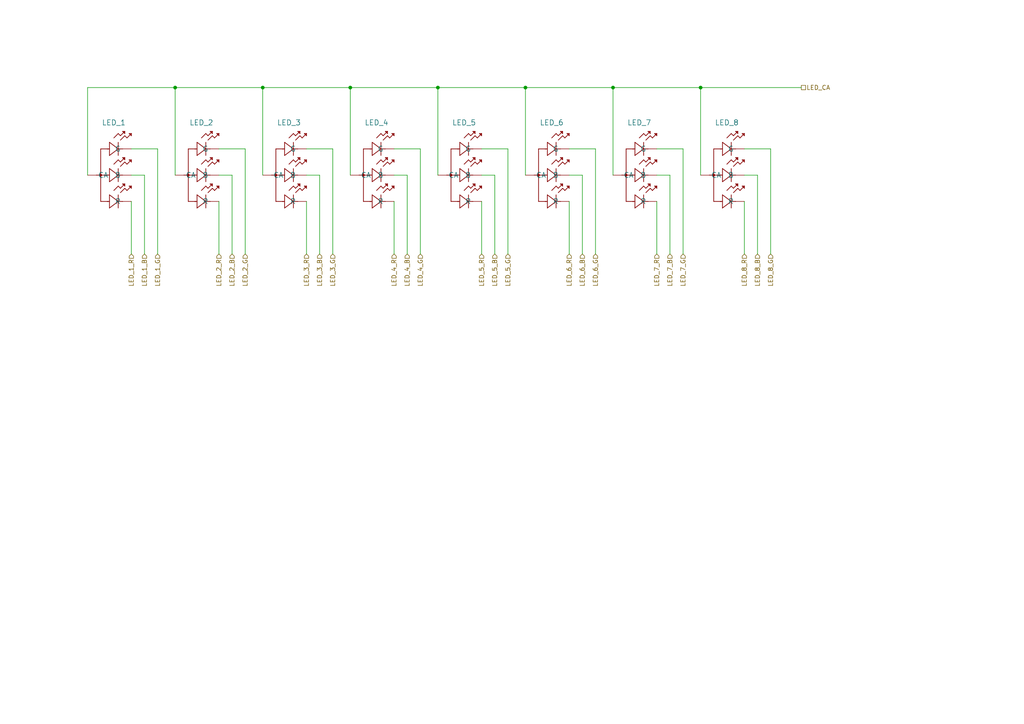
<source format=kicad_sch>
(kicad_sch (version 20211123) (generator eeschema)
  (paper "A4")
  (lib_symbols
    (symbol "RGB LED:WP154A4SEJ3VBDZGC{brace}slash}CA" (pin_numbers hide)
      (property "Reference" "LED" (at 5.08 -11.43 0))
      (property "Value" "WP154A4SEJ3VBDZGC{brace}slash}CA" (at 5.08 -13.97 0))
      (symbol "WP154A4SEJ3VBDZGC{brace}slash}CA_1_1"
        (polyline (pts (xy 2.54 0) (xy 6.0198 0)) (stroke (width 0.2032)))
        (polyline (pts (xy 3.81 -7.62) (xy 6.0198 -7.62)) (stroke (width 0.2032)))
        (polyline (pts (xy 3.81 7.62) (xy 3.81 -7.62)) (stroke (width 0.2032)))
        (polyline (pts (xy 3.81 7.62) (xy 6.0198 7.62)) (stroke (width 0.2032)))
        (polyline (pts (xy 5.715 -7.62) (xy 6.35 -7.62)) (stroke (width 0.2032)))
        (polyline (pts (xy 5.715 0) (xy 6.35 0)) (stroke (width 0.2032)))
        (polyline (pts (xy 5.715 7.62) (xy 6.35 7.62)) (stroke (width 0.2032)))
        (polyline (pts (xy 6.35 -9.525) (xy 8.89 -7.62)) (stroke (width 0.2032)))
        (polyline (pts (xy 6.35 -5.715) (xy 6.35 -9.525)) (stroke (width 0.2032)))
        (polyline (pts (xy 6.35 -1.905) (xy 8.89 0)) (stroke (width 0.2032)))
        (polyline (pts (xy 6.35 1.905) (xy 6.35 -1.905)) (stroke (width 0.2032)))
        (polyline (pts (xy 6.35 5.715) (xy 8.89 7.62)) (stroke (width 0.2032)))
        (polyline (pts (xy 6.35 9.525) (xy 6.35 5.715)) (stroke (width 0.2032)))
        (polyline (pts (xy 7.62 -4.445) (xy 8.89 -3.175)) (stroke (width 0.2032)))
        (polyline (pts (xy 7.62 3.175) (xy 8.89 4.445)) (stroke (width 0.2032)))
        (polyline (pts (xy 7.62 10.795) (xy 8.89 12.065)) (stroke (width 0.2032)))
        (polyline (pts (xy 8.89 -9.525) (xy 8.89 -5.715)) (stroke (width 0.2032)))
        (polyline (pts (xy 8.89 -7.62) (xy 6.35 -5.715)) (stroke (width 0.2032)))
        (polyline (pts (xy 8.89 -7.62) (xy 10.16 -7.62)) (stroke (width 0.2032)))
        (polyline (pts (xy 8.89 -3.175) (xy 9.525 -3.81)) (stroke (width 0.2032)))
        (polyline (pts (xy 8.89 -1.905) (xy 8.89 1.905)) (stroke (width 0.2032)))
        (polyline (pts (xy 8.89 0) (xy 6.35 1.905)) (stroke (width 0.2032)))
        (polyline (pts (xy 8.89 0) (xy 10.16 0)) (stroke (width 0.2032)))
        (polyline (pts (xy 8.89 4.445) (xy 9.525 3.81)) (stroke (width 0.2032)))
        (polyline (pts (xy 8.89 5.715) (xy 8.89 9.525)) (stroke (width 0.2032)))
        (polyline (pts (xy 8.89 7.62) (xy 6.35 9.525)) (stroke (width 0.2032)))
        (polyline (pts (xy 8.89 7.62) (xy 10.16 7.62)) (stroke (width 0.2032)))
        (polyline (pts (xy 8.89 12.065) (xy 9.525 11.43)) (stroke (width 0.2032)))
        (polyline (pts (xy 9.525 -5.08) (xy 10.795 -3.81)) (stroke (width 0.2032)))
        (polyline (pts (xy 9.525 -3.81) (xy 10.795 -2.54)) (stroke (width 0.2032)))
        (polyline (pts (xy 9.525 2.54) (xy 10.795 3.81)) (stroke (width 0.2032)))
        (polyline (pts (xy 9.525 3.81) (xy 10.795 5.08)) (stroke (width 0.2032)))
        (polyline (pts (xy 9.525 10.16) (xy 10.795 11.43)) (stroke (width 0.2032)))
        (polyline (pts (xy 9.525 11.43) (xy 10.795 12.7)) (stroke (width 0.2032)))
        (polyline (pts (xy 10.16 -2.54) (xy 10.795 -3.175)) (stroke (width 0.2032)))
        (polyline (pts (xy 10.16 5.08) (xy 10.795 4.445)) (stroke (width 0.2032)))
        (polyline (pts (xy 10.16 12.7) (xy 10.795 12.065)) (stroke (width 0.2032)))
        (polyline (pts (xy 10.795 -3.81) (xy 11.43 -4.445)) (stroke (width 0.2032)))
        (polyline (pts (xy 10.795 -3.175) (xy 10.795 -2.54)) (stroke (width 0.2032)))
        (polyline (pts (xy 10.795 -2.54) (xy 10.16 -2.54)) (stroke (width 0.2032)))
        (polyline (pts (xy 10.795 3.81) (xy 11.43 3.175)) (stroke (width 0.2032)))
        (polyline (pts (xy 10.795 4.445) (xy 10.795 5.08)) (stroke (width 0.2032)))
        (polyline (pts (xy 10.795 5.08) (xy 10.16 5.08)) (stroke (width 0.2032)))
        (polyline (pts (xy 10.795 11.43) (xy 11.43 10.795)) (stroke (width 0.2032)))
        (polyline (pts (xy 10.795 12.065) (xy 10.795 12.7)) (stroke (width 0.2032)))
        (polyline (pts (xy 10.795 12.7) (xy 10.16 12.7)) (stroke (width 0.2032)))
        (polyline (pts (xy 11.43 -4.445) (xy 12.7 -3.175)) (stroke (width 0.2032)))
        (polyline (pts (xy 11.43 3.175) (xy 12.7 4.445)) (stroke (width 0.2032)))
        (polyline (pts (xy 11.43 10.795) (xy 12.7 12.065)) (stroke (width 0.2032)))
        (polyline (pts (xy 12.065 -3.175) (xy 12.7 -3.81)) (stroke (width 0.2032)))
        (polyline (pts (xy 12.065 4.445) (xy 12.7 3.81)) (stroke (width 0.2032)))
        (polyline (pts (xy 12.065 12.065) (xy 12.7 11.43)) (stroke (width 0.2032)))
        (polyline (pts (xy 12.7 -3.81) (xy 12.7 -3.175)) (stroke (width 0.2032)))
        (polyline (pts (xy 12.7 -3.175) (xy 12.065 -3.175)) (stroke (width 0.2032)))
        (polyline (pts (xy 12.7 3.81) (xy 12.7 4.445)) (stroke (width 0.2032)))
        (polyline (pts (xy 12.7 4.445) (xy 12.065 4.445)) (stroke (width 0.2032)))
        (polyline (pts (xy 12.7 11.43) (xy 12.7 12.065)) (stroke (width 0.2032)))
        (polyline (pts (xy 12.7 12.065) (xy 12.065 12.065)) (stroke (width 0.2032)))
        (arc (start 3.81 -0.254) (mid 3.81 0.254) (end 3.81 -0.254) (stroke (width 0.254)))
        (circle (center 3.81 0) (radius 0.254) (stroke (width 0.254)))
        (pin unspecified line (at 12.7 -7.62 180) (length 2.54) (name "R") (number "1"))
        (pin power_in line (at 0 0 0) (length 2.54) (name "CA") (number "2"))
        (pin unspecified line (at 12.7 0 180) (length 2.54) (name "B") (number "3"))
        (pin unspecified line (at 12.7 7.62 180) (length 2.54) (name "G") (number "4"))
      )
    )
  )
  (junction (at 50.8 25.4))
  (junction (at 101.6 25.4))
  (junction (at 203.2 25.4))
  (junction (at 127 25.4))
  (junction (at 177.8 25.4))
  (junction (at 76.2 25.4))
  (junction (at 152.4 25.4))
  (wire (pts (xy 190.5 43.18) (xy 198.12 43.18)))
  (wire (pts (xy 165.1 50.8) (xy 168.91 50.8)))
  (wire (pts (xy 219.71 50.8) (xy 219.71 73.66)))
  (wire (pts (xy 88.9 50.8) (xy 92.71 50.8)))
  (wire (pts (xy 165.1 43.18) (xy 172.72 43.18)))
  (wire (pts (xy 88.9 58.42) (xy 88.9 73.66)))
  (wire (pts (xy 67.31 50.8) (xy 67.31 73.66)))
  (wire (pts (xy 190.5 58.42) (xy 190.5 73.66)))
  (wire (pts (xy 127 25.4) (xy 152.4 25.4)))
  (wire (pts (xy 127 25.4) (xy 127 50.8)))
  (wire (pts (xy 88.9 43.18) (xy 96.52 43.18)))
  (wire (pts (xy 45.72 43.18) (xy 45.72 73.66)))
  (wire (pts (xy 96.52 43.18) (xy 96.52 73.66)))
  (wire (pts (xy 76.2 25.4) (xy 101.6 25.4)))
  (wire (pts (xy 139.7 50.8) (xy 143.51 50.8)))
  (wire (pts (xy 172.72 43.18) (xy 172.72 73.66)))
  (wire (pts (xy 92.71 50.8) (xy 92.71 73.66)))
  (wire (pts (xy 63.5 58.42) (xy 63.5 73.66)))
  (wire (pts (xy 198.12 43.18) (xy 198.12 73.66)))
  (wire (pts (xy 177.8 25.4) (xy 177.8 50.8)))
  (wire (pts (xy 63.5 43.18) (xy 71.12 43.18)))
  (wire (pts (xy 177.8 25.4) (xy 203.2 25.4)))
  (wire (pts (xy 152.4 25.4) (xy 152.4 50.8)))
  (wire (pts (xy 215.9 58.42) (xy 215.9 73.66)))
  (wire (pts (xy 38.1 43.18) (xy 45.72 43.18)))
  (wire (pts (xy 50.8 25.4) (xy 50.8 50.8)))
  (wire (pts (xy 215.9 50.8) (xy 219.71 50.8)))
  (wire (pts (xy 203.2 25.4) (xy 203.2 50.8)))
  (wire (pts (xy 41.91 50.8) (xy 41.91 73.66)))
  (wire (pts (xy 139.7 58.42) (xy 139.7 73.66)))
  (wire (pts (xy 223.52 43.18) (xy 223.52 73.66)))
  (wire (pts (xy 71.12 43.18) (xy 71.12 73.66)))
  (wire (pts (xy 168.91 50.8) (xy 168.91 73.66)))
  (wire (pts (xy 165.1 58.42) (xy 165.1 73.66)))
  (wire (pts (xy 121.92 43.18) (xy 121.92 73.66)))
  (wire (pts (xy 50.8 25.4) (xy 76.2 25.4)))
  (wire (pts (xy 152.4 25.4) (xy 177.8 25.4)))
  (wire (pts (xy 25.4 25.4) (xy 50.8 25.4)))
  (wire (pts (xy 63.5 50.8) (xy 67.31 50.8)))
  (wire (pts (xy 38.1 50.8) (xy 41.91 50.8)))
  (wire (pts (xy 143.51 50.8) (xy 143.51 73.66)))
  (wire (pts (xy 101.6 25.4) (xy 127 25.4)))
  (wire (pts (xy 139.7 43.18) (xy 147.32 43.18)))
  (wire (pts (xy 118.11 50.8) (xy 118.11 73.66)))
  (wire (pts (xy 215.9 43.18) (xy 223.52 43.18)))
  (wire (pts (xy 76.2 25.4) (xy 76.2 50.8)))
  (wire (pts (xy 25.4 50.8) (xy 25.4 25.4)))
  (wire (pts (xy 190.5 50.8) (xy 194.31 50.8)))
  (wire (pts (xy 114.3 50.8) (xy 118.11 50.8)))
  (wire (pts (xy 101.6 25.4) (xy 101.6 50.8)))
  (wire (pts (xy 194.31 50.8) (xy 194.31 73.66)))
  (wire (pts (xy 114.3 58.42) (xy 114.3 73.66)))
  (wire (pts (xy 147.32 43.18) (xy 147.32 73.66)))
  (wire (pts (xy 38.1 58.42) (xy 38.1 73.66)))
  (wire (pts (xy 203.2 25.4) (xy 232.41 25.4)))
  (wire (pts (xy 114.3 43.18) (xy 121.92 43.18)))
  (hierarchical_label "LED_1_G" (shape input) (at 45.72 73.66 270))
  (hierarchical_label "LED_7_R" (shape input) (at 190.5 73.66 270))
  (hierarchical_label "LED_6_G" (shape input) (at 172.72 73.66 270))
  (hierarchical_label "LED_5_R" (shape input) (at 139.7 73.66 270))
  (hierarchical_label "LED_4_G" (shape input) (at 121.92 73.66 270))
  (hierarchical_label "LED_7_B" (shape input) (at 194.31 73.66 270))
  (hierarchical_label "LED_6_R" (shape input) (at 165.1 73.66 270))
  (hierarchical_label "LED_2_G" (shape input) (at 71.12 73.66 270))
  (hierarchical_label "LED_3_B" (shape input) (at 92.71 73.66 270))
  (hierarchical_label "LED_2_R" (shape input) (at 63.5 73.66 270))
  (hierarchical_label "LED_8_G" (shape input) (at 223.52 73.66 270))
  (hierarchical_label "LED_6_B" (shape input) (at 168.91 73.66 270))
  (hierarchical_label "LED_2_B" (shape input) (at 67.31 73.66 270))
  (hierarchical_label "LED_5_B" (shape input) (at 143.51 73.66 270))
  (hierarchical_label "LED_5_G" (shape input) (at 147.32 73.66 270))
  (hierarchical_label "LED_3_R" (shape input) (at 88.9 73.66 270))
  (hierarchical_label "LED_1_R" (shape input) (at 38.1 73.66 270))
  (hierarchical_label "LED_4_R" (shape input) (at 114.3 73.66 270))
  (hierarchical_label "LED_7_G" (shape input) (at 198.12 73.66 270))
  (hierarchical_label "LED_8_R" (shape input) (at 215.9 73.66 270))
  (hierarchical_label "LED_3_G" (shape input) (at 96.52 73.66 270))
  (hierarchical_label "LED_8_B" (shape input) (at 219.71 73.66 270))
  (hierarchical_label "LED_4_B" (shape input) (at 118.11 73.66 270))
  (hierarchical_label "LED_1_B" (shape input) (at 41.91 73.66 270))
  (hierarchical_label "LED_CA" (shape passive) (at 232.41 25.4 0))
  (symbol (lib_id "RGB LED:WP154A4SEJ3VBDZGC{brace}slash}CA") (at 25.4 50.8 0) (unit 1)
    (property "Reference" "LED_1" (at 33.02 35.56 0) (effects (font (size 1.524 1.524))))
    (property "Value" "WP154A4SEJ3VBDZGC{slash}CA" (effects hide))
    (property "Footprint" "RGB LED:WP154A4SEJ3VBDZGC&slash_CA" (effects hide))
  )
  (symbol (lib_id "RGB LED:WP154A4SEJ3VBDZGC{brace}slash}CA") (at 76.2 50.8 0) (unit 1)
    (property "Reference" "LED_3" (at 83.82 35.56 0) (effects (font (size 1.524 1.524))))
    (property "Value" "WP154A4SEJ3VBDZGC{slash}CA" (effects hide))
    (property "Footprint" "RGB LED:WP154A4SEJ3VBDZGC&slash_CA" (effects hide))
  )
  (symbol (lib_id "RGB LED:WP154A4SEJ3VBDZGC{brace}slash}CA") (at 177.8 50.8 0) (unit 1)
    (property "Reference" "LED_7" (at 185.42 35.56 0) (effects (font (size 1.524 1.524))))
    (property "Value" "WP154A4SEJ3VBDZGC{slash}CA" (effects hide))
    (property "Footprint" "RGB LED:WP154A4SEJ3VBDZGC&slash_CA" (effects hide))
  )
  (symbol (lib_id "RGB LED:WP154A4SEJ3VBDZGC{brace}slash}CA") (at 50.8 50.8 0) (unit 1)
    (property "Reference" "LED_2" (at 58.42 35.56 0) (effects (font (size 1.524 1.524))))
    (property "Value" "WP154A4SEJ3VBDZGC{slash}CA" (effects hide))
    (property "Footprint" "RGB LED:WP154A4SEJ3VBDZGC&slash_CA" (effects hide))
  )
  (symbol (lib_id "RGB LED:WP154A4SEJ3VBDZGC{brace}slash}CA") (at 127 50.8 0) (unit 1)
    (property "Reference" "LED_5" (at 134.62 35.56 0) (effects (font (size 1.524 1.524))))
    (property "Value" "WP154A4SEJ3VBDZGC{slash}CA" (effects hide))
    (property "Footprint" "RGB LED:WP154A4SEJ3VBDZGC&slash_CA" (effects hide))
  )
  (symbol (lib_id "RGB LED:WP154A4SEJ3VBDZGC{brace}slash}CA") (at 101.6 50.8 0) (unit 1)
    (property "Reference" "LED_4" (at 109.22 35.56 0) (effects (font (size 1.524 1.524))))
    (property "Value" "WP154A4SEJ3VBDZGC{slash}CA" (effects hide))
    (property "Footprint" "RGB LED:WP154A4SEJ3VBDZGC&slash_CA" (effects hide))
  )
  (symbol (lib_id "RGB LED:WP154A4SEJ3VBDZGC{brace}slash}CA") (at 203.2 50.8 0) (unit 1)
    (property "Reference" "LED_8" (at 210.82 35.56 0) (effects (font (size 1.524 1.524))))
    (property "Value" "WP154A4SEJ3VBDZGC{slash}CA" (effects hide))
    (property "Footprint" "RGB LED:WP154A4SEJ3VBDZGC&slash_CA" (effects hide))
  )
  (symbol (lib_id "RGB LED:WP154A4SEJ3VBDZGC{brace}slash}CA") (at 152.4 50.8 0) (unit 1)
    (property "Reference" "LED_6" (at 160.02 35.56 0) (effects (font (size 1.524 1.524))))
    (property "Value" "WP154A4SEJ3VBDZGC{slash}CA" (effects hide))
    (property "Footprint" "RGB LED:WP154A4SEJ3VBDZGC&slash_CA" (effects hide))
  )
)
</source>
